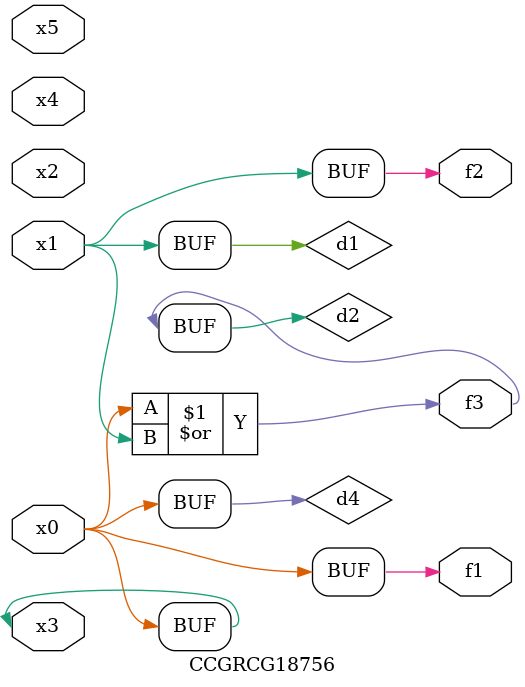
<source format=v>
module CCGRCG18756(
	input x0, x1, x2, x3, x4, x5,
	output f1, f2, f3
);

	wire d1, d2, d3, d4;

	and (d1, x1);
	or (d2, x0, x1);
	nand (d3, x0, x5);
	buf (d4, x0, x3);
	assign f1 = d4;
	assign f2 = d1;
	assign f3 = d2;
endmodule

</source>
